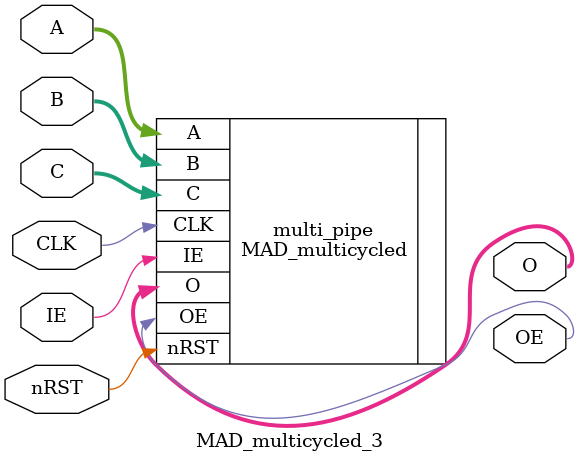
<source format=v>
`include "testdrive_system.vh"

module MAD_multicycled_3 (
	input					CLK,	// clock
	input					nRST,	// reset (active low)
	input					IE,		// input enable
	input	[63:0]			A,		// A
	input	[63:0]			B,		// B
	input	[63:0]			C,		// C
	output					OE,		// output enable
	output	[63:0]			O		// output
);

// definition & assignment ---------------------------------------------------

// implementation ------------------------------------------------------------
MAD_multicycled #(
	.CYCLE		(3)
) multi_pipe (
	.CLK		(CLK),
	.nRST		(nRST),
	.IE			(IE),
	.A			(A),
	.B			(B),
	.C			(C),
	.OE			(OE),
	.O			(O)
);

endmodule

</source>
